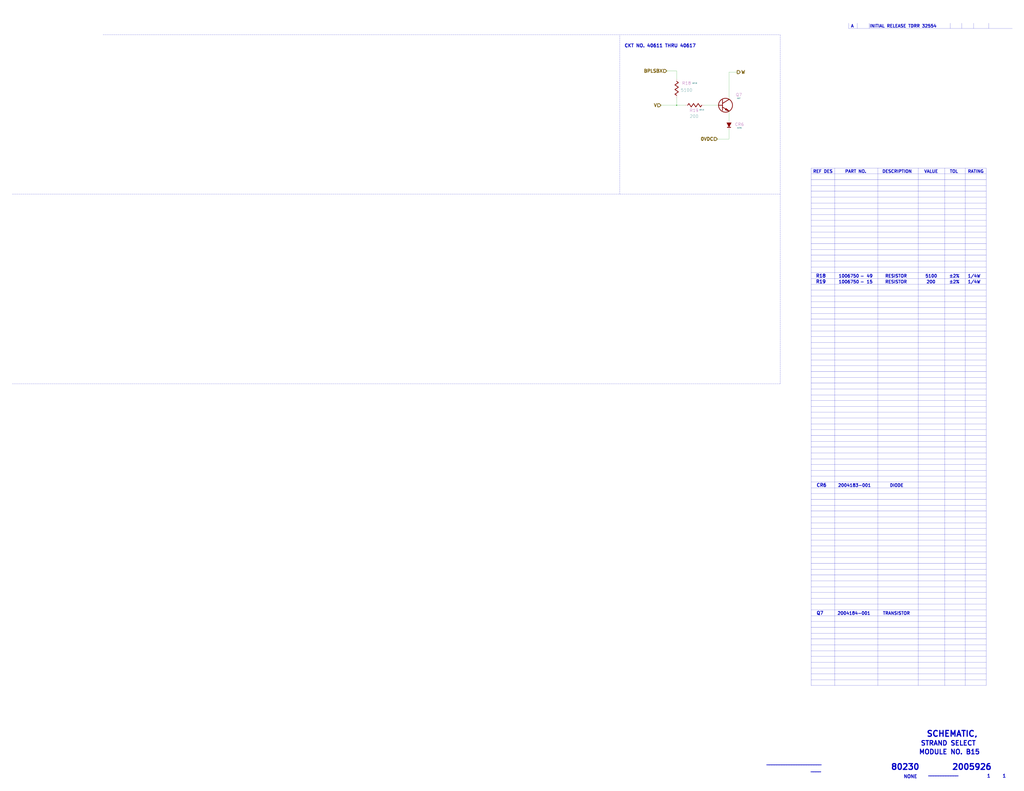
<source format=kicad_sch>
(kicad_sch (version 20211123) (generator eeschema)
  (paper "E")
  (lib_symbols
    (symbol "AGC_DSKY:Diode" (pin_numbers hide) (pin_names (offset 1.016) hide)
      (property "Reference" "CR" (at 0 5.08 0))
      (symbol "Diode_0_1"
        (polyline (pts (xy -2.54 -1.27) (xy -2.54 -1.905)) (stroke (width 0.762)))
        (polyline (pts (xy -2.54 1.27) (xy -2.54 -1.27)) (stroke (width 0.762)))
        (polyline (pts (xy -2.54 1.27) (xy -2.54 1.905)) (stroke (width 0.762)))
        (polyline (pts (xy -2.54 0) (xy 2.54 -2.54) (xy 2.54 2.54) (xy -2.54 0)) (stroke (width 0.2032)) (fill (type outline)))
      )
      (symbol "Diode_1_1"
        (pin passive line (at -5.08 0 0) (length 2.54) (name "K") (number "1"))
        (pin passive line (at 5.08 0 180) (length 2.54) (name "A") (number "2"))
      )
    )
    (symbol "AGC_DSKY:Resistor" (pin_numbers hide) (pin_names (offset 0) hide)
      (property "Reference" "R" (at -0.635 -4.445 0))
      (symbol "Resistor_0_1"
        (polyline (pts (xy -7.62 0) (xy -6.35 -1.905) (xy -3.81 1.905) (xy -1.27 -1.905) (xy 1.27 1.905) (xy 3.81 -1.905) (xy 6.35 1.905) (xy 7.62 0)) (stroke (width 0.762)))
      )
      (symbol "Resistor_1_1"
        (pin passive line (at -10.16 0 0) (length 2.54) (name "1") (number "1"))
        (pin passive line (at 10.16 0 180) (length 2.54) (name "2") (number "2"))
      )
    )
    (symbol "AGC_DSKY:Transistor-NPN" (pin_numbers hide) (pin_names (offset 0) hide)
      (property "Reference" "Q" (at 0 10.541 0))
      (symbol "Transistor-NPN_0_1"
        (polyline (pts (xy -3.302 -2.032) (xy 3.81 -6.35)) (stroke (width 0.762)))
        (polyline (pts (xy -3.302 2.032) (xy 3.81 6.35)) (stroke (width 0.762)))
        (polyline (pts (xy -3.302 5.969) (xy -3.302 -5.715)) (stroke (width 0.762)))
        (polyline (pts (xy -3.302 0) (xy -7.62 0) (xy -7.493 0)) (stroke (width 0.762)))
        (polyline (pts (xy -0.127 -4.826) (xy 0.635 -3.556) (xy 3.81 -6.35) (xy -0.254 -4.953)) (stroke (width 0.762)) (fill (type outline)))
        (circle (center 0 0) (radius 7.62) (stroke (width 0.762)))
      )
      (symbol "Transistor-NPN_1_1"
        (pin passive line (at 3.81 6.35 180) (length 0) (name "C") (number "1"))
        (pin passive line (at -7.62 0 0) (length 0) (name "B") (number "2"))
        (pin passive line (at 3.81 -6.35 180) (length 0) (name "E") (number "3"))
      )
    )
  )
  (junction (at 738.505 114.935))
  (polyline (pts (xy 885.19 272.415) (xy 1076.325 272.415)) (stroke (width 0) (type solid)))
  (polyline (pts (xy 885.19 501.015) (xy 1076.325 501.015)) (stroke (width 0) (type solid)))
  (wire (pts (xy 795.655 78.74) (xy 804.545 78.74)))
  (polyline (pts (xy 885.19 685.165) (xy 1076.325 685.165)) (stroke (width 0) (type solid)))
  (polyline (pts (xy 885.19 678.815) (xy 1076.325 678.815)) (stroke (width 0) (type solid)))
  (polyline (pts (xy 851.535 419.1) (xy 13.335 419.1)))
  (polyline (pts (xy 885.19 348.615) (xy 1076.325 348.615)) (stroke (width 0) (type solid)))
  (polyline (pts (xy 885.19 545.465) (xy 1076.325 545.465)) (stroke (width 0) (type solid)))
  (polyline (pts (xy 885.19 710.565) (xy 1076.325 710.565)) (stroke (width 0) (type solid)))
  (polyline (pts (xy 885.19 494.665) (xy 1076.325 494.665)) (stroke (width 0) (type solid)))
  (polyline (pts (xy 885.19 513.715) (xy 1076.325 513.715)) (stroke (width 0) (type solid)))
  (polyline (pts (xy 885.19 532.765) (xy 1076.325 532.765)) (stroke (width 0) (type solid)))
  (polyline (pts (xy 885.19 748.665) (xy 1076.325 748.665)) (stroke (width 0) (type solid)))
  (polyline (pts (xy 1053.465 748.665) (xy 1053.465 183.515)) (stroke (width 0) (type solid)))
  (polyline (pts (xy 1037.1074 25.2984) (xy 1037.1074 31.0896)) (stroke (width 0) (type solid)))
  (polyline (pts (xy 885.19 253.365) (xy 1076.325 253.365)) (stroke (width 0) (type solid)))
  (polyline (pts (xy 885.19 354.965) (xy 1076.325 354.965)) (stroke (width 0) (type solid)))
  (polyline (pts (xy 885.19 697.865) (xy 1076.325 697.865)) (stroke (width 0) (type solid)))
  (polyline (pts (xy 885.19 558.165) (xy 1076.325 558.165)) (stroke (width 0) (type solid)))
  (polyline (pts (xy 885.19 221.615) (xy 1076.325 221.615)) (stroke (width 0) (type solid)))
  (polyline (pts (xy 885.19 342.265) (xy 1076.325 342.265)) (stroke (width 0) (type solid)))
  (polyline (pts (xy 885.19 291.465) (xy 1076.325 291.465)) (stroke (width 0) (type solid)))
  (wire (pts (xy 748.03 114.935) (xy 738.505 114.935)))
  (polyline (pts (xy 885.19 304.165) (xy 1076.325 304.165)) (stroke (width 0) (type solid)))
  (polyline (pts (xy 885.19 716.915) (xy 1076.325 716.915)) (stroke (width 0) (type solid)))
  (polyline (pts (xy 885.19 577.215) (xy 1076.325 577.215)) (stroke (width 0) (type solid)))
  (polyline (pts (xy 885.19 634.365) (xy 1076.325 634.365)) (stroke (width 0) (type solid)))
  (polyline (pts (xy 885.19 227.965) (xy 1076.325 227.965)) (stroke (width 0) (type solid)))
  (polyline (pts (xy 885.19 570.865) (xy 1076.325 570.865)) (stroke (width 0) (type solid)))
  (polyline (pts (xy 885.19 202.565) (xy 1076.325 202.565)) (stroke (width 0) (type solid)))
  (wire (pts (xy 795.655 78.74) (xy 795.655 108.585)))
  (polyline (pts (xy 935.7106 25.2984) (xy 935.7106 31.0896)) (stroke (width 0) (type solid)))
  (wire (pts (xy 738.505 77.47) (xy 738.505 86.36)))
  (polyline (pts (xy 885.19 323.215) (xy 1076.325 323.215)) (stroke (width 0) (type solid)))
  (polyline (pts (xy 885.19 189.865) (xy 1076.325 189.865)) (stroke (width 0) (type solid)))
  (polyline (pts (xy 885.19 666.115) (xy 1076.325 666.115)) (stroke (width 0) (type solid)))
  (polyline (pts (xy 885.19 640.715) (xy 1076.325 640.715)) (stroke (width 0) (type solid)))
  (polyline (pts (xy 885.19 469.265) (xy 1076.325 469.265)) (stroke (width 0) (type solid)))
  (polyline (pts (xy 885.19 329.565) (xy 1076.325 329.565)) (stroke (width 0) (type solid)))
  (polyline (pts (xy 1076.325 183.515) (xy 1076.325 748.665)) (stroke (width 0) (type solid)))
  (polyline (pts (xy 885.19 405.765) (xy 1076.325 405.765)) (stroke (width 0) (type solid)))
  (polyline (pts (xy 1002.03 748.665) (xy 1002.03 183.515)) (stroke (width 0) (type solid)))
  (polyline (pts (xy 885.19 437.515) (xy 1076.325 437.515)) (stroke (width 0) (type solid)))
  (polyline (pts (xy 1031.24 183.515) (xy 1031.24 748.665)) (stroke (width 0) (type solid)))
  (wire (pts (xy 795.655 141.605) (xy 795.655 151.765)))
  (polyline (pts (xy 885.19 526.415) (xy 1076.325 526.415)) (stroke (width 0) (type solid)))
  (polyline (pts (xy 885.19 735.965) (xy 1076.325 735.965)) (stroke (width 0) (type solid)))
  (polyline (pts (xy 885.19 608.965) (xy 1076.325 608.965)) (stroke (width 0) (type solid)))
  (wire (pts (xy 738.505 77.47) (xy 727.71 77.47)))
  (polyline (pts (xy 885.19 729.615) (xy 1076.325 729.615)) (stroke (width 0) (type solid)))
  (polyline (pts (xy 885.19 704.215) (xy 1076.325 704.215)) (stroke (width 0) (type solid)))
  (polyline (pts (xy 885.19 647.065) (xy 1076.325 647.065)) (stroke (width 0) (type solid)))
  (polyline (pts (xy 885.19 367.665) (xy 1076.325 367.665)) (stroke (width 0) (type solid)))
  (wire (pts (xy 768.35 114.935) (xy 784.225 114.935)))
  (polyline (pts (xy 885.19 361.315) (xy 1076.325 361.315)) (stroke (width 0) (type solid)))
  (polyline (pts (xy 885.19 615.315) (xy 1076.325 615.315)) (stroke (width 0) (type solid)))
  (polyline (pts (xy 885.19 431.165) (xy 1076.325 431.165)) (stroke (width 0) (type solid)))
  (polyline (pts (xy 885.19 399.415) (xy 1076.325 399.415)) (stroke (width 0) (type solid)))
  (polyline (pts (xy 885.19 659.765) (xy 1076.325 659.765)) (stroke (width 0) (type solid)))
  (polyline (pts (xy 885.19 539.115) (xy 1076.325 539.115)) (stroke (width 0) (type solid)))
  (polyline (pts (xy 885.19 183.515) (xy 885.19 748.665)) (stroke (width 0) (type solid)))
  (polyline (pts (xy 1062.5074 25.2984) (xy 1062.5074 31.0896)) (stroke (width 0) (type solid)))
  (polyline (pts (xy 885.19 266.065) (xy 1076.325 266.065)) (stroke (width 0) (type solid)))
  (polyline (pts (xy 885.19 589.915) (xy 1076.325 589.915)) (stroke (width 0) (type solid)))
  (polyline (pts (xy 885.19 424.815) (xy 1076.325 424.815)) (stroke (width 0) (type solid)))
  (polyline (pts (xy 885.19 278.765) (xy 1076.325 278.765)) (stroke (width 0) (type solid)))
  (polyline (pts (xy 885.19 247.015) (xy 1076.325 247.015)) (stroke (width 0) (type solid)))
  (polyline (pts (xy 885.19 488.315) (xy 1076.325 488.315)) (stroke (width 0) (type solid)))
  (polyline (pts (xy 885.19 215.265) (xy 1076.325 215.265)) (stroke (width 0) (type solid)))
  (polyline (pts (xy 885.19 742.315) (xy 1076.325 742.315)) (stroke (width 0) (type solid)))
  (polyline (pts (xy 885.19 418.465) (xy 1076.325 418.465)) (stroke (width 0) (type solid)))
  (polyline (pts (xy 885.19 374.015) (xy 1076.325 374.015)) (stroke (width 0) (type solid)))
  (polyline (pts (xy 885.19 602.615) (xy 1076.325 602.615)) (stroke (width 0) (type solid)))
  (polyline (pts (xy 885.19 551.815) (xy 1076.325 551.815)) (stroke (width 0) (type solid)))
  (polyline (pts (xy 958.215 183.515) (xy 958.215 748.665)) (stroke (width 0) (type solid)))
  (polyline (pts (xy 885.19 335.915) (xy 1076.325 335.915)) (stroke (width 0) (type solid)))
  (polyline (pts (xy 1049.8328 25.2984) (xy 1049.8328 31.0896)) (stroke (width 0) (type solid)))
  (polyline (pts (xy 885.19 653.415) (xy 1076.325 653.415)) (stroke (width 0) (type solid)))
  (polyline (pts (xy 885.19 297.815) (xy 1076.325 297.815)) (stroke (width 0) (type solid)))
  (polyline (pts (xy 885.19 628.015) (xy 1076.325 628.015)) (stroke (width 0) (type solid)))
  (polyline (pts (xy 885.19 583.565) (xy 1076.325 583.565)) (stroke (width 0) (type solid)))
  (polyline (pts (xy 948.69 25.2984) (xy 948.69 31.0896)) (stroke (width 0) (type solid)))
  (polyline (pts (xy 885.19 412.115) (xy 1076.325 412.115)) (stroke (width 0) (type solid)))
  (polyline (pts (xy 885.19 596.265) (xy 1076.325 596.265)) (stroke (width 0) (type solid)))
  (polyline (pts (xy 885.19 285.115) (xy 1076.325 285.115)) (stroke (width 0) (type solid)))
  (polyline (pts (xy 885.19 450.215) (xy 1076.325 450.215)) (stroke (width 0) (type solid)))
  (polyline (pts (xy 885.19 386.715) (xy 1076.325 386.715)) (stroke (width 0) (type solid)))
  (polyline (pts (xy 926.1094 25.2984) (xy 926.1094 31.0896)) (stroke (width 0) (type solid)))
  (polyline (pts (xy 885.19 208.915) (xy 1076.325 208.915)) (stroke (width 0) (type solid)))
  (polyline (pts (xy 885.19 234.315) (xy 1076.325 234.315)) (stroke (width 0) (type solid)))
  (polyline (pts (xy 885.19 564.515) (xy 1076.325 564.515)) (stroke (width 0) (type solid)))
  (polyline (pts (xy 885.19 380.365) (xy 1076.325 380.365)) (stroke (width 0) (type solid)))
  (wire (pts (xy 738.505 114.935) (xy 721.36 114.935)))
  (polyline (pts (xy 885.19 520.065) (xy 1076.325 520.065)) (stroke (width 0) (type solid)))
  (polyline (pts (xy 885.19 481.965) (xy 1076.325 481.965)) (stroke (width 0) (type solid)))
  (wire (pts (xy 738.505 106.68) (xy 738.505 114.935)))
  (wire (pts (xy 782.955 151.765) (xy 795.655 151.765)))
  (polyline (pts (xy 885.19 240.665) (xy 1076.325 240.665)) (stroke (width 0) (type solid)))
  (polyline (pts (xy 885.19 691.515) (xy 1076.325 691.515)) (stroke (width 0) (type solid)))
  (polyline (pts (xy 1078.992 25.2984) (xy 1078.992 31.0896)) (stroke (width 0) (type solid)))
  (polyline (pts (xy 885.19 507.365) (xy 1076.325 507.365)) (stroke (width 0) (type solid)))
  (polyline (pts (xy 885.19 259.715) (xy 1076.325 259.715)) (stroke (width 0) (type solid)))
  (polyline (pts (xy 112.395 38.1) (xy 851.535 38.1)))
  (wire (pts (xy 795.655 121.285) (xy 795.655 131.445)))
  (polyline (pts (xy 885.19 196.215) (xy 1076.325 196.215)) (stroke (width 0) (type solid)))
  (polyline (pts (xy 885.19 475.615) (xy 1076.325 475.615)) (stroke (width 0) (type solid)))
  (polyline (pts (xy 885.19 183.515) (xy 1076.325 183.515)) (stroke (width 0) (type solid)))
  (polyline (pts (xy 851.535 38.1) (xy 851.535 419.1)))
  (polyline (pts (xy 885.19 316.865) (xy 1076.325 316.865)) (stroke (width 0) (type solid)))
  (polyline (pts (xy 911.225 748.665) (xy 911.225 183.515)) (stroke (width 0) (type solid)))
  (polyline (pts (xy 926.1094 31.115) (xy 1104.9 31.115)) (stroke (width 0) (type solid)))
  (polyline (pts (xy 885.19 456.565) (xy 1076.325 456.565)) (stroke (width 0) (type solid)))
  (polyline (pts (xy 885.19 310.515) (xy 1076.325 310.515)) (stroke (width 0) (type solid)))
  (polyline (pts (xy 676.275 212.09) (xy 676.275 38.1)))
  (polyline (pts (xy 885.19 723.265) (xy 1076.325 723.265)) (stroke (width 0) (type solid)))
  (polyline (pts (xy 885.19 621.665) (xy 1076.325 621.665)) (stroke (width 0) (type solid)))
  (polyline (pts (xy 885.19 462.915) (xy 1076.325 462.915)) (stroke (width 0) (type solid)))
  (polyline (pts (xy 13.335 212.09) (xy 851.535 212.09)))
  (polyline (pts (xy 885.19 672.465) (xy 1076.325 672.465)) (stroke (width 0) (type solid)))
  (polyline (pts (xy 885.19 393.065) (xy 1076.325 393.065)) (stroke (width 0) (type solid)))
  (polyline (pts (xy 885.19 443.865) (xy 1076.325 443.865)) (stroke (width 0) (type solid)))
  (text "RATING" (at 1056.005 189.23 0) (effects (font (size 3.302 3.302) (thickness 0.6604) bold) (justify left bottom)))
  (text "STRAND SELECT" (at 1004.57 814.705 0) (effects (font (size 5.08 5.08) (thickness 1.016) bold) (justify left bottom)))
  (text "DIODE" (at 970.915 532.13 0) (effects (font (size 3.302 3.302) (thickness 0.6604) bold) (justify left bottom)))
  (text "1/4W" (at 1056.005 303.53 0) (effects (font (size 3.302 3.302) (thickness 0.6604) bold) (justify left bottom)))
  (text "RESISTOR" (at 965.835 303.53 0) (effects (font (size 3.302 3.302) (thickness 0.6604) bold) (justify left bottom)))
  (text "200" (at 1010.92 309.88 0) (effects (font (size 3.302 3.302) (thickness 0.6604) bold) (justify left bottom)))
  (text "PART NO." (at 922.02 189.23 0) (effects (font (size 3.302 3.302) (thickness 0.6604) bold) (justify left bottom)))
  (text "-" (at 938.53 303.53 0) (effects (font (size 3.302 3.302) (thickness 0.6604) bold) (justify left bottom)))
  (text "SCHEMATIC," (at 1010.92 805.18 0) (effects (font (size 6.35 6.35) (thickness 1.27) bold) (justify left bottom)))
  (text "CR6" (at 890.905 532.13 0) (effects (font (size 3.556 3.556) (thickness 0.7112) bold) (justify left bottom)))
  (text "1006750" (at 915.035 309.88 0) (effects (font (size 3.302 3.302) (thickness 0.6604) bold) (justify left bottom)))
  (text "49" (at 945.515 303.53 0) (effects (font (size 3.302 3.302) (thickness 0.6604) bold) (justify left bottom)))
  (text "1     1" (at 1076.96 849.63 0) (effects (font (size 3.556 3.556) (thickness 0.7112) bold) (justify left bottom)))
  (text "DESCRIPTION" (at 962.66 189.23 0) (effects (font (size 3.302 3.302) (thickness 0.6604) bold) (justify left bottom)))
  (text "____" (at 884.555 843.28 0) (effects (font (size 3.556 3.556) (thickness 0.7112) bold) (justify left bottom)))
  (text "-" (at 938.53 309.88 0) (effects (font (size 3.302 3.302) (thickness 0.6604) bold) (justify left bottom)))
  (text "____________" (at 1012.825 847.725 0) (effects (font (size 3.556 3.556) (thickness 0.7112) bold) (justify left bottom)))
  (text "5100" (at 1009.65 303.53 0) (effects (font (size 3.302 3.302) (thickness 0.6604) bold) (justify left bottom)))
  (text "80230" (at 972.0326 841.3496 0) (effects (font (size 6.35 6.35) (thickness 1.27) bold) (justify left bottom)))
  (text "VALUE" (at 1008.38 189.23 0) (effects (font (size 3.302 3.302) (thickness 0.6604) bold) (justify left bottom)))
  (text "MODULE NO. B15" (at 1002.665 824.23 0) (effects (font (size 5.08 5.08) (thickness 1.016) bold) (justify left bottom)))
  (text "1/4W" (at 1056.005 309.88 0) (effects (font (size 3.302 3.302) (thickness 0.6604) bold) (justify left bottom)))
  (text "±2%" (at 1035.685 309.88 0) (effects (font (size 3.302 3.302) (thickness 0.6604) bold) (justify left bottom)))
  (text "CKT NO. 40611 THRU 40617" (at 681.355 52.07 0) (effects (font (size 3.556 3.556) (thickness 0.7112) bold) (justify left bottom)))
  (text "A       INITIAL RELEASE TDRR 32554" (at 928.37 30.48 0) (effects (font (size 3.302 3.302) (thickness 0.6604) bold) (justify left bottom)))
  (text "R19" (at 890.27 309.88 0) (effects (font (size 3.556 3.556) (thickness 0.7112) bold) (justify left bottom)))
  (text "2005926" (at 1038.7076 841.3496 0) (effects (font (size 6.35 6.35) (thickness 1.27) bold) (justify left bottom)))
  (text "Q7" (at 890.905 671.83 0) (effects (font (size 3.556 3.556) (thickness 0.7112) bold) (justify left bottom)))
  (text "RESISTOR" (at 965.835 309.88 0) (effects (font (size 3.302 3.302) (thickness 0.6604) bold) (justify left bottom)))
  (text "REF DES" (at 887.095 189.23 0) (effects (font (size 3.302 3.302) (thickness 0.6604) bold) (justify left bottom)))
  (text "2004183-001" (at 914.4 532.13 0) (effects (font (size 3.302 3.302) (thickness 0.6604) bold) (justify left bottom)))
  (text "______________________" (at 836.295 835.66 0) (effects (font (size 3.556 3.556) (thickness 0.7112) bold) (justify left bottom)))
  (text "2004184-001" (at 913.765 671.83 0) (effects (font (size 3.302 3.302) (thickness 0.6604) bold) (justify left bottom)))
  (text "±2%" (at 1035.685 303.53 0) (effects (font (size 3.302 3.302) (thickness 0.6604) bold) (justify left bottom)))
  (text "1006750" (at 915.035 303.53 0) (effects (font (size 3.302 3.302) (thickness 0.6604) bold) (justify left bottom)))
  (text "NONE" (at 986.0026 850.2396 0) (effects (font (size 3.556 3.556) (thickness 0.7112) bold) (justify left bottom)))
  (text "TOL" (at 1036.32 189.23 0) (effects (font (size 3.302 3.302) (thickness 0.6604) bold) (justify left bottom)))
  (text "R18" (at 890.27 303.53 0) (effects (font (size 3.556 3.556) (thickness 0.7112) bold) (justify left bottom)))
  (text "TRANSISTOR" (at 963.295 671.83 0) (effects (font (size 3.302 3.302) (thickness 0.6604) bold) (justify left bottom)))
  (text "15" (at 945.515 309.88 0) (effects (font (size 3.302 3.302) (thickness 0.6604) bold) (justify left bottom)))
  (hierarchical_label "W" (shape output) (at 804.545 78.74 0) (effects (font (size 3.556 3.556) (thickness 0.7112) bold)))
  (hierarchical_label "V" (shape input) (at 721.36 114.935 180) (effects (font (size 3.556 3.556) (thickness 0.7112) bold)))
  (hierarchical_label "BPLSBX" (shape input) (at 727.71 77.47 180) (effects (font (size 3.556 3.556) (thickness 0.7112) bold)))
  (hierarchical_label "0VDC" (shape input) (at 782.955 151.765 180) (effects (font (size 3.556 3.556) (thickness 0.7112) bold)))
  (symbol (lib_id "AGC_DSKY:Transistor-NPN") (at 791.845 114.935 0)
    (property "Reference" "6Q7" (at 806.45 107.315 0))
    (property "Value" "Transistor-NPN" (effects hide))
    (property "OREFD" "Q7" (at 806.45 103.505 0) (effects (font (size 3.302 3.302))))
  )
  (symbol (lib_id "AGC_DSKY:Diode") (at 795.655 136.525 90)
    (property "Reference" "6CR6" (at 807.085 139.7 90))
    (property "Value" "Diode" (effects hide))
    (property "OREFD" "CR6" (at 807.085 135.89 90) (effects (font (size 3.302 3.302))))
  )
  (symbol (lib_id "AGC_DSKY:Resistor") (at 758.19 114.935 0) (mirror y)
    (property "Reference" "6R19" (at 765.81 120.015 0))
    (property "Value" "200" (at 757.555 127 0) (effects (font (size 3.302 3.302))))
    (property "OREFD" "R19" (at 757.555 120.65 0) (effects (font (size 3.302 3.302))))
  )
  (symbol (lib_id "AGC_DSKY:Resistor") (at 738.505 96.52 90) (mirror x)
    (property "Reference" "6R18" (at 758.19 90.805 90))
    (property "Value" "5100" (at 749.3 98.425 90) (effects (font (size 3.302 3.302))))
    (property "OREFD" "R18" (at 749.3 90.805 90) (effects (font (size 3.302 3.302))))
  )
)
</source>
